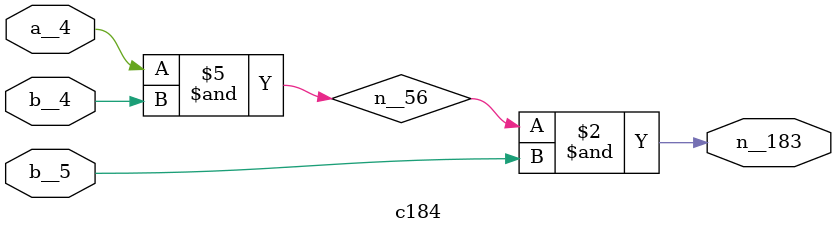
<source format=v>

module c184 (n__183, b__5, b__4, a__4);
	output n__183;
	wire n505, n__56, n632;
	input b__5, b__4, a__4;
  assign n__183 = ~n505;
  assign n505 = ~(n__56 & b__5);
  assign n__56 = ~n632;
  assign n632 = ~(a__4 & b__4);
endmodule

</source>
